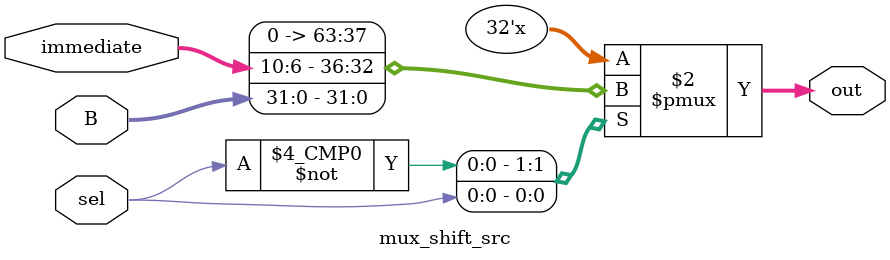
<source format=v>
module mux_shift_src(
    input [15:0] immediate,
    input [31:0] B,
    input sel,
    output reg [31:0] out
);

always @(sel) begin
    case (sel)
    1'b0: out = immediate[10:6];
    1'b1: out = B;
    endcase
end
endmodule
</source>
